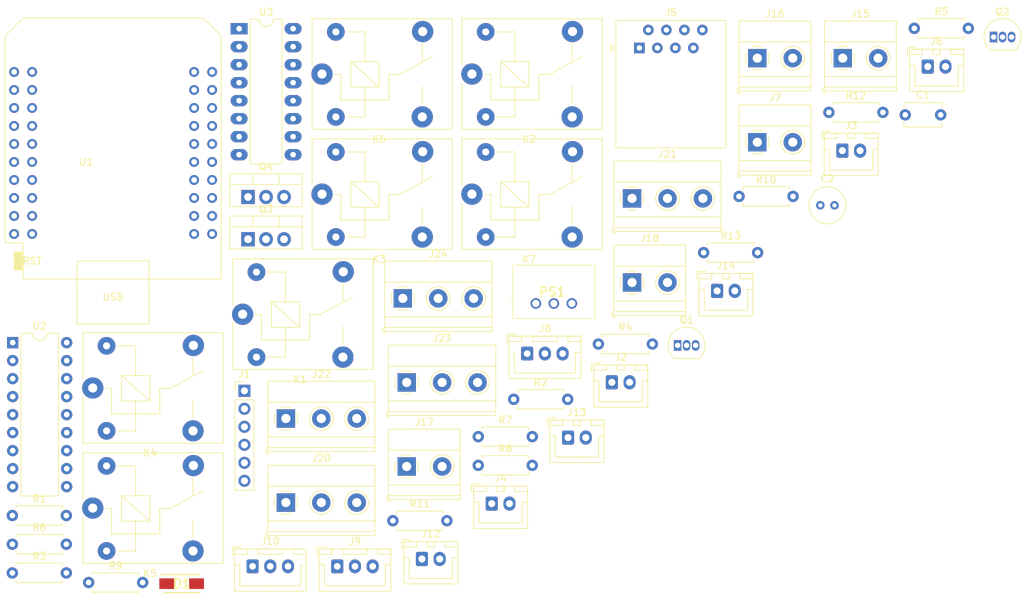
<source format=kicad_pcb>
(kicad_pcb (version 20211014) (generator pcbnew)
  (layers (0 "F.Cu" signal) (31 "B.Cu" signal) (34 "B.Paste" user) (35 "F.Paste" user) (36 "B.SilkS" user "B.Silkscreen") (37 "F.SilkS" user "F.Silkscreen") (38 "B.Mask" user) (39 "F.Mask" user) (44 "Edge.Cuts" user))
  (net 0 "")
  (net 1 "GND")
  (net 2 "VDD")
  (net 3 "12v")
  (net 4 "5v")
  (net 5 "3v3")
  (net 6 "/PWR3{slash}20")
  (net 7 "ESP_TX")
  (net 8 "ESP_RX")
  (net 9 "RTS")
  (net 10 "CTS")
  (net 11 "Button1")
  (net 12 "Button2")
  (net 13 "Button3")
  (net 14 "Button4")
  (net 15 "Temp1")
  (net 16 "Temp2")
  (net 17 "Temp3")
  (net 18 "Water1")
  (net 19 "Water2")
  (net 20 "Water3")
  (net 21 "Net-(K1-Pad2)")
  (net 22 "Net-(J15-Pad2)")
  (net 23 "Net-(K2-Pad2)")
  (net 24 "Net-(J15-Pad1)")
  (net 25 "Net-(J16-Pad2)")
  (net 26 "Net-(K3-Pad2)")
  (net 28 "Net-(J16-Pad1)")
  (net 29 "Net-(J17-Pad2)")
  (net 30 "Net-(K4-Pad2)")
  (net 32 "Net-(J17-Pad1)")
  (net 33 "Net-(J18-Pad2)")
  (net 34 "Net-(K5-Pad2)")
  (net 35 "Net-(J18-Pad1)")
  (net 36 "Net-(K6-Pad2)")
  (net 37 "Net-(J20-Pad2)")
  (net 38 "Net-(K7-Pad2)")
  (net 39 "Net-(J20-Pad1)")
  (net 40 "Relay1")
  (net 41 "Relay2")
  (net 42 "Relay3")
  (net 43 "Relay4")
  (net 44 "Relay5")
  (net 45 "Relay6")
  (net 46 "Relay7")
  (net 47 "Net-(J20-Pad3)")
  (net 78 "SDA")
  (net 79 "SCL")
  (net 82 "DISPTX")
  (net 83 "DISPRX")
  (net 84 "Net-(J21-Pad1)")
  (net 85 "Net-(J21-Pad2)")
  (net 86 "Net-(J21-Pad3)")
  (net 87 "Net-(R5-Pad2)")
  (net 88 "Net-(J22-Pad1)")
  (net 89 "Net-(J22-Pad2)")
  (net 90 "Net-(J23-Pad2)")
  (net 91 "Net-(J23-Pad3)")
  (net 92 "Net-(K5-Pad3)")
  (net 93 "Net-(K5-Pad1)")
  (net 94 "Net-(K5-Pad4)")
  (net 95 "Net-(Q1-Pad2)")
  (net 96 "Net-(Q1-Pad3)")
  (net 97 "Net-(Q2-Pad2)")
  (net 98 "Net-(Q2-Pad3)")
  (net 99 "DHT2")
  (net 100 "DHT1")
  (net 101 "LED1")
  (net 102 "LED2")
  (footprint "Relay_THT:Relay_SPDT_SANYOU_SRD_Series_Form_C" (layer "F.Cu") (at 66.612 44.024)
    (fp_text reference "K2" (at 8.1 9.2) (layer "F.SilkS"))
    (fp_text value "Relay")
    (pad "1" thru_hole circle (at 0 0 90) (size 3 3) (drill 1.3) (layers *.Cu *.Mask) (net 25 "Net-(J16-Pad2)"))
    (pad "2" thru_hole circle (at 1.95 6.05 90) (size 2.5 2.5) (drill 1) (layers *.Cu *.Mask) (net 23 "Net-(K2-Pad2)"))
    (pad "3" thru_hole circle (at 14.15 6.05 90) (size 3 3) (drill 1.3) (layers *.Cu *.Mask) (net 28 "Net-(J16-Pad1)"))
    (pad "4" thru_hole circle (at 14.2 -6 90) (size 3 3) (drill 1.3) (layers *.Cu *.Mask))
    (pad "5" thru_hole circle (at 1.95 -5.95 90) (size 2.5 2.5) (drill 1) (layers *.Cu *.Mask) (net 4 "5v"))
  )
  (footprint "Connector_JST:JST_XH_B2B-XH-A_1x02_P2.50mm_Vertical" (layer "F.Cu") (at 118.892 54.834)
    (fp_text reference "J3" (at 1.25 -3.55) (layer "F.SilkS"))
    (fp_text value "Button2")
    (pad "1" thru_hole roundrect (at 0 0) (size 1.7 2) (drill 1) (layers *.Cu *.Mask) (roundrect_rratio 0.147059) (net 1 "GND"))
    (pad "2" thru_hole oval (at 2.5 0) (size 1.7 2) (drill 1) (layers *.Cu *.Mask) (net 12 "Button2"))
  )
  (footprint "Package_TO_SOT_THT:TO-220-3_Vertical" (layer "F.Cu") (at 35.022 61.374)
    (fp_text reference "Q4" (at 2.54 -4.27) (layer "F.SilkS"))
    (fp_text value "IRF540N")
    (pad "1" thru_hole rect (at 0 0) (size 1.905 2) (drill 1.1) (layers *.Cu *.Mask) (net 98 "Net-(Q2-Pad3)"))
    (pad "2" thru_hole oval (at 2.54 0) (size 1.905 2) (drill 1.1) (layers *.Cu *.Mask) (net 91 "Net-(J23-Pad3)"))
    (pad "3" thru_hole oval (at 5.08 0) (size 1.905 2) (drill 1.1) (layers *.Cu *.Mask) (net 90 "Net-(J23-Pad2)"))
  )
  (footprint "Connector_PinHeader_2.54mm:PinHeader_1x06_P2.54mm_Vertical" (layer "F.Cu") (at 34.512 88.724)
    (fp_text reference "J1" (at 0 -2.33) (layer "F.SilkS"))
    (fp_text value "Programming Header")
    (pad "1" thru_hole rect (at 0 0) (size 1.7 1.7) (drill 1) (layers *.Cu *.Mask) (net 6 "/PWR3{slash}20"))
    (pad "2" thru_hole oval (at 0 2.54) (size 1.7 1.7) (drill 1) (layers *.Cu *.Mask) (net 1 "GND"))
    (pad "3" thru_hole oval (at 0 5.08) (size 1.7 1.7) (drill 1) (layers *.Cu *.Mask) (net 7 "ESP_TX"))
    (pad "4" thru_hole oval (at 0 7.62) (size 1.7 1.7) (drill 1) (layers *.Cu *.Mask) (net 8 "ESP_RX"))
    (pad "5" thru_hole oval (at 0 10.16) (size 1.7 1.7) (drill 1) (layers *.Cu *.Mask) (net 9 "RTS"))
    (pad "6" thru_hole oval (at 0 12.7) (size 1.7 1.7) (drill 1) (layers *.Cu *.Mask) (net 10 "CTS"))
  )
  (footprint "Relay_THT:Relay_SPDT_SANYOU_SRD_Series_Form_C" (layer "F.Cu") (at 66.612 60.974)
    (fp_text reference "K7" (at 8.1 9.2) (layer "F.SilkS"))
    (fp_text value "Relay")
    (pad "1" thru_hole circle (at 0 0 90) (size 3 3) (drill 1.3) (layers *.Cu *.Mask) (net 85 "Net-(J21-Pad2)"))
    (pad "2" thru_hole circle (at 1.95 6.05 90) (size 2.5 2.5) (drill 1) (layers *.Cu *.Mask) (net 38 "Net-(K7-Pad2)"))
    (pad "3" thru_hole circle (at 14.15 6.05 90) (size 3 3) (drill 1.3) (layers *.Cu *.Mask) (net 84 "Net-(J21-Pad1)"))
    (pad "4" thru_hole circle (at 14.2 -6 90) (size 3 3) (drill 1.3) (layers *.Cu *.Mask) (net 86 "Net-(J21-Pad3)"))
    (pad "5" thru_hole circle (at 1.95 -5.95 90) (size 2.5 2.5) (drill 1) (layers *.Cu *.Mask) (net 4 "5v"))
  )
  (footprint "Resistor_THT:R_Axial_DIN0207_L6.3mm_D2.5mm_P7.62mm_Horizontal" (layer "F.Cu") (at 104.312 61.294)
    (fp_text reference "R10" (at 3.81 -2.37) (layer "F.SilkS"))
    (fp_text value "10k")
    (pad "1" thru_hole circle (at 0 0) (size 1.6 1.6) (drill 0.8) (layers *.Cu *.Mask) (net 101 "LED1"))
    (pad "2" thru_hole oval (at 7.62 0) (size 1.6 1.6) (drill 0.8) (layers *.Cu *.Mask) (net 95 "Net-(Q1-Pad2)"))
  )
  (footprint "TerminalBlock_Phoenix:TerminalBlock_Phoenix_MKDS-1,5-2_1x02_P5.00mm_Horizontal" (layer "F.Cu") (at 118.942 41.784)
    (fp_text reference "J15" (at 2.5 -6.26) (layer "F.SilkS"))
    (fp_text value "Screw_Terminal_01x02")
    (pad "1" thru_hole rect (at 0 0) (size 2.6 2.6) (drill 1.3) (layers *.Cu *.Mask) (net 24 "Net-(J15-Pad1)"))
    (pad "2" thru_hole circle (at 5 0) (size 2.6 2.6) (drill 1.3) (layers *.Cu *.Mask) (net 22 "Net-(J15-Pad2)"))
  )
  (footprint "Package_TO_SOT_THT:TO-220-3_Vertical" (layer "F.Cu") (at 35.022 67.334)
    (fp_text reference "Q3" (at 2.54 -4.27) (layer "F.SilkS"))
    (fp_text value "IRF540N")
    (pad "1" thru_hole rect (at 0 0) (size 1.905 2) (drill 1.1) (layers *.Cu *.Mask) (net 96 "Net-(Q1-Pad3)"))
    (pad "2" thru_hole oval (at 2.54 0) (size 1.905 2) (drill 1.1) (layers *.Cu *.Mask) (net 88 "Net-(J22-Pad1)"))
    (pad "3" thru_hole oval (at 5.08 0) (size 1.905 2) (drill 1.1) (layers *.Cu *.Mask) (net 89 "Net-(J22-Pad2)"))
  )
  (footprint "TerminalBlock_Phoenix:TerminalBlock_Phoenix_MKDS-1,5-3_1x03_P5.00mm_Horizontal" (layer "F.Cu") (at 40.362 104.494)
    (fp_text reference "J20" (at 5 -6.26) (layer "F.SilkS"))
    (fp_text value "Screw_Terminal_01x03")
    (pad "1" thru_hole rect (at 0 0) (size 2.6 2.6) (drill 1.3) (layers *.Cu *.Mask) (net 39 "Net-(J20-Pad1)"))
    (pad "2" thru_hole circle (at 5 0) (size 2.6 2.6) (drill 1.3) (layers *.Cu *.Mask) (net 37 "Net-(J20-Pad2)"))
    (pad "3" thru_hole circle (at 10 0) (size 2.6 2.6) (drill 1.3) (layers *.Cu *.Mask) (net 47 "Net-(J20-Pad3)"))
  )
  (footprint "Connector_JST:JST_XH_B2B-XH-A_1x02_P2.50mm_Vertical" (layer "F.Cu") (at 69.412 104.644)
    (fp_text reference "J4" (at 1.25 -3.55) (layer "F.SilkS"))
    (fp_text value "Button3")
    (pad "1" thru_hole roundrect (at 0 0) (size 1.7 2) (drill 1) (layers *.Cu *.Mask) (roundrect_rratio 0.147059) (net 1 "GND"))
    (pad "2" thru_hole oval (at 2.5 0) (size 1.7 2) (drill 1) (layers *.Cu *.Mask) (net 13 "Button3"))
  )
  (footprint "TerminalBlock_Phoenix:TerminalBlock_Phoenix_MKDS-1,5-2_1x02_P5.00mm_Horizontal" (layer "F.Cu") (at 57.412 99.404)
    (fp_text reference "J17" (at 2.5 -6.26) (layer "F.SilkS"))
    (fp_text value "Screw_Terminal_01x02")
    (pad "1" thru_hole rect (at 0 0) (size 2.6 2.6) (drill 1.3) (layers *.Cu *.Mask) (net 32 "Net-(J17-Pad1)"))
    (pad "2" thru_hole circle (at 5 0) (size 2.6 2.6) (drill 1.3) (layers *.Cu *.Mask) (net 29 "Net-(J17-Pad2)"))
  )
  (footprint "Package_DIP:DIP-16_W7.62mm_LongPads" (layer "F.Cu") (at 33.762 37.624)
    (fp_text reference "U3" (at 3.81 -2.33) (layer "F.SilkS"))
    (fp_text value "ULN2003")
    (pad "1" thru_hole rect (at 0 0) (size 2.4 1.6) (drill 0.8) (layers *.Cu *.Mask) (net 40 "Relay1"))
    (pad "2" thru_hole oval (at 0 2.54) (size 2.4 1.6) (drill 0.8) (layers *.Cu *.Mask) (net 41 "Relay2"))
    (pad "3" thru_hole oval (at 0 5.08) (size 2.4 1.6) (drill 0.8) (layers *.Cu *.Mask) (net 42 "Relay3"))
    (pad "4" thru_hole oval (at 0 7.62) (size 2.4 1.6) (drill 0.8) (layers *.Cu *.Mask) (net 43 "Relay4"))
    (pad "5" thru_hole oval (at 0 10.16) (size 2.4 1.6) (drill 0.8) (layers *.Cu *.Mask) (net 44 "Relay5"))
    (pad "6" thru_hole oval (at 0 12.7) (size 2.4 1.6) (drill 0.8) (layers *.Cu *.Mask) (net 45 "Relay6"))
    (pad "7" thru_hole oval (at 0 15.24) (size 2.4 1.6) (drill 0.8) (layers *.Cu *.Mask) (net 46 "Relay7"))
    (pad "8" thru_hole oval (at 0 17.78) (size 2.4 1.6) (drill 0.8) (layers *.Cu *.Mask) (net 1 "GND"))
    (pad "9" thru_hole oval (at 7.62 17.78) (size 2.4 1.6) (drill 0.8) (layers *.Cu *.Mask) (net 4 "5v"))
    (pad "10" thru_hole oval (at 7.62 15.24) (size 2.4 1.6) (drill 0.8) (layers *.Cu *.Mask) (net 38 "Net-(K7-Pad2)"))
    (pad "11" thru_hole oval (at 7.62 12.7) (size 2.4 1.6) (drill 0.8) (layers *.Cu *.Mask) (net 36 "Net-(K6-Pad2)"))
    (pad "12" thru_hole oval (at 7.62 10.16) (size 2.4 1.6) (drill 0.8) (layers *.Cu *.Mask) (net 34 "Net-(K5-Pad2)"))
    (pad "13" thru_hole oval (at 7.62 7.62) (size 2.4 1.6) (drill 0.8) (layers *.Cu *.Mask) (net 30 "Net-(K4-Pad2)"))
    (pad "14" thru_hole oval (at 7.62 5.08) (size 2.4 1.6) (drill 0.8) (layers *.Cu *.Mask) (net 26 "Net-(K3-Pad2)"))
    (pad "15" thru_hole oval (at 7.62 2.54) (size 2.4 1.6) (drill 0.8) (layers *.Cu *.Mask) (net 23 "Net-(K2-Pad2)"))
    (pad "16" thru_hole oval (at 7.62 0) (size 2.4 1.6) (drill 0.8) (layers *.Cu *.Mask) (net 21 "Net-(K1-Pad2)"))
  )
  (footprint "Resistor_THT:R_Axial_DIN0207_L6.3mm_D2.5mm_P7.62mm_Horizontal" (layer "F.Cu") (at 1.762 106.324)
    (fp_text reference "R1" (at 3.81 -2.37) (layer "F.SilkS"))
    (fp_text value "470")
    (pad "1" thru_hole circle (at 0 0) (size 1.6 1.6) (drill 0.8) (layers *.Cu *.Mask) (net 5 "3v3"))
    (pad "2" thru_hole oval (at 7.62 0) (size 1.6 1.6) (drill 0.8) (layers *.Cu *.Mask) (net 15 "Temp1"))
  )
  (footprint "ESP32_mini:ESP32_mini" (layer "F.Cu") (at 15.987 55.159)
    (fp_text reference "U1" (at -3.81 1.27) (layer "F.SilkS"))
    (fp_text value "mini_esp32")
    (fp_text user "USB" (at 0 20.32) (layer "F.SilkS"))
    (fp_text user "RST" (at -11.43 15.24) (layer "F.SilkS"))
    (pad "1" thru_hole circle locked (at -13.97 -11.43 270) (size 1.4 1.4) (drill 0.8) (layers *.Cu *.Mask) (net 1 "GND"))
    (pad "2" thru_hole circle locked (at -11.43 -11.43 270) (size 1.4 1.4) (drill 0.8) (layers *.Cu *.Mask))
    (pad "3" thru_hole circle locked (at -13.97 -8.89 270) (size 1.4 1.4) (drill 0.8) (layers *.Cu *.Mask))
    (pad "4" thru_hole circle locked (at -11.43 -8.89 270) (size 1.4 1.4) (drill 0.8) (layers *.Cu *.Mask))
    (pad "5" thru_hole circle locked (at -13.97 -6.35 270) (size 1.4 1.4) (drill 0.8) (layers *.Cu *.Mask))
    (pad "6" thru_hole circle locked (at -11.43 -6.35 270) (size 1.4 1.4) (drill 0.8) (layers *.Cu *.Mask))
    (pad "7" thru_hole circle locked (at -13.97 -3.81 270) (size 1.4 1.4) (drill 0.8) (layers *.Cu *.Mask))
    (pad "8" thru_hole circle locked (at -11.43 -3.81 270) (size 1.4 1.4) (drill 0.8) (layers *.Cu *.Mask))
    (pad "9" thru_hole circle locked (at -13.97 -1.27 270) (size 1.4 1.4) (drill 0.8) (layers *.Cu *.Mask))
    (pad "10" thru_hole circle locked (at -11.43 -1.27 270) (size 1.4 1.4) (drill 0.8) (layers *.Cu *.Mask))
    (pad "11" thru_hole circle locked (at -13.97 1.27 270) (size 1.4 1.4) (drill 0.8) (layers *.Cu *.Mask))
    (pad "12" thru_hole circle locked (at -11.43 1.27 270) (size 1.4 1.4) (drill 0.8) (layers *.Cu *.Mask))
    (pad "13" thru_hole circle locked (at -13.97 3.81 270) (size 1.4 1.4) (drill 0.8) (layers *.Cu *.Mask))
    (pad "14" thru_hole circle locked (at -11.43 3.81 270) (size 1.4 1.4) (drill 0.8) (layers *.Cu *.Mask))
    (pad "15" thru_hole circle locked (at -13.97 6.35 270) (size 1.4 1.4) (drill 0.8) (layers *.Cu *.Mask))
    (pad "16" thru_hole circle locked (at -11.43 6.35 270) (size 1.4 1.4) (drill 0.8) (layers *.Cu *.Mask) (net 5 "3v3"))
    (pad "17" thru_hole circle locked (at -13.97 8.89 270) (size 1.4 1.4) (drill 0.8) (layers *.Cu *.Mask))
    (pad "18" thru_hole circle locked (at -11.43 8.89 270) (size 1.4 1.4) (drill 0.8) (layers *.Cu *.Mask))
    (pad "19" thru_hole circle locked (at -13.97 11.43 270) (size 1.4 1.4) (drill 0.8) (layers *.Cu *.Mask))
    (pad "20" thru_hole circle locked (at -11.43 11.43 270) (size 1.4 1.4) (drill 0.8) (layers *.Cu *.Mask))
    (pad "21" thru_hole circle locked (at 11.43 -11.43 270) (size 1.4 1.4) (drill 0.8) (layers *.Cu *.Mask) (net 7 "ESP_TX"))
    (pad "22" thru_hole circle locked (at 13.97 -11.43 270) (size 1.4 1.4) (drill 0.8) (layers *.Cu *.Mask) (net 1 "GND"))
    (pad "23" thru_hole circle locked (at 11.43 -8.89 270) (size 1.4 1.4) (drill 0.8) (layers *.Cu *.Mask) (net 8 "ESP_RX"))
    (pad "24" thru_hole circle locked (at 13.97 -8.89 270) (size 1.4 1.4) (drill 0.8) (layers *.Cu *.Mask))
    (pad "25" thru_hole circle locked (at 11.43 -6.35 270) (size 1.4 1.4) (drill 0.8) (layers *.Cu *.Mask) (net 79 "SCL"))
    (pad "26" thru_hole circle locked (at 13.97 -6.35 270) (size 1.4 1.4) (drill 0.8) (layers *.Cu *.Mask))
    (pad "27" thru_hole circle locked (at 11.43 -3.81 270) (size 1.4 1.4) (drill 0.8) (layers *.Cu *.Mask) (net 78 "SDA"))
    (pad "28" thru_hole circle locked (at 13.97 -3.81 270) (size 1.4 1.4) (drill 0.8) (layers *.Cu *.Mask))
    (pad "29" thru_hole circle locked (at 11.43 -1.27 270) (size 1.4 1.4) (drill 0.8) (layers *.Cu *.Mask) (net 82 "DISPTX"))
    (pad "30" thru_hole circle locked (at 13.97 -1.27 270) (size 1.4 1.4) (drill 0.8) (layers *.Cu *.Mask))
    (pad "31" thru_hole circle locked (at 11.43 1.27 270) (size 1.4 1.4) (drill 0.8) (layers *.Cu *.Mask) (net 83 "DISPRX"))
    (pad "32" thru_hole circle locked (at 13.97 1.27 270) (size 1.4 1.4) (drill 0.8) (layers *.Cu *.Mask))
    (pad "33" thru_hole circle locked (at 11.43 3.81 270) (size 1.4 1.4) (drill 0.8) (layers *.Cu *.Mask) (net 1 "GND"))
    (pad "34" thru_hole circle locked (at 13.97 3.81 270) (size 1.4 1.4) (drill 0.8) (layers *.Cu *.Mask))
    (pad "35" thru_hole circle locked (at 11.43 6.35 270) (size 1.4 1.4) (drill 0.8) (layers *.Cu *.Mask) (net 4 "5v"))
    (pad "36" thru_hole circle locked (at 13.97 6.35 270) (size 1.4 1.4) (drill 0.8) (layers *.Cu *.Mask))
    (pad "37" thru_hole circle locked (at 11.43 8.89 270) (size 1.4 1.4) (drill 0.8) (layers *.Cu *.Mask))
    (pad "38" thru_hole circle locked (at 13.97 8.89 270) (size 1.4 1.4) (drill 0.8) (layers *.Cu *.Mask))
    (pad "39" thru_hole circle locked (at 11.43 11.43 270) (size 1.4 1.4) (drill 0.8) (layers *.Cu *.Mask))
    (pad "40" thru_hole circle locked (at 13.97 11.43 270) (size 1.4 1.4) (drill 0.8) (layers *.Cu *.Mask))
  )
  (footprint "Capacitor_THT:C_Disc_D5.1mm_W3.2mm_P5.00mm" (layer "F.Cu") (at 127.762 49.784)
    (fp_text reference "C1" (at 2.5 -2.85) (layer "F.SilkS"))
    (fp_text value "10uF")
    (pad "1" thru_hole circle (at 0 0) (size 1.6 1.6) (drill 0.8) (layers *.Cu *.Mask) (net 3 "12v"))
    (pad "2" thru_hole circle (at 5 0) (size 1.6 1.6) (drill 0.8) (layers *.Cu *.Mask) (net 1 "GND"))
  )
  (footprint "Connector_JST:JST_XH_B3B-XH-A_1x03_P2.50mm_Vertical" (layer "F.Cu") (at 47.612 113.494)
    (fp_text reference "J9" (at 2.5 -3.55) (layer "F.SilkS"))
    (fp_text value "Temp 2")
    (pad "1" thru_hole roundrect (at 0 0) (size 1.7 1.95) (drill 0.95) (layers *.Cu *.Mask) (roundrect_rratio 0.147059) (net 5 "3v3"))
    (pad "2" thru_hole oval (at 2.5 0) (size 1.7 1.95) (drill 0.95) (layers *.Cu *.Mask) (net 16 "Temp2"))
    (pad "3" thru_hole oval (at 5 0) (size 1.7 1.95) (drill 0.95) (layers *.Cu *.Mask) (net 1 "GND"))
  )
  (footprint "Relay_THT:Relay_SPDT_SANYOU_SRD_Series_Form_C" (layer "F.Cu") (at 13.112 105.274)
    (fp_text reference "K5" (at 8.1 9.2) (layer "F.SilkS"))
    (fp_text value "Relay")
    (pad "1" thru_hole circle (at 0 0 90) (size 3 3) (drill 1.3) (layers *.Cu *.Mask) (net 93 "Net-(K5-Pad1)"))
    (pad "2" thru_hole circle (at 1.95 6.05 90) (size 2.5 2.5) (drill 1) (layers *.Cu *.Mask) (net 34 "Net-(K5-Pad2)"))
    (pad "3" thru_hole circle (at 14.15 6.05 90) (size 3 3) (drill 1.3) (layers *.Cu *.Mask) (net 92 "Net-(K5-Pad3)"))
    (pad "4" thru_hole circle (at 14.2 -6 90) (size 3 3) (drill 1.3) (layers *.Cu *.Mask) (net 94 "Net-(K5-Pad4)"))
    (pad "5" thru_hole circle (at 1.95 -5.95 90) (size 2.5 2.5) (drill 1) (layers *.Cu *.Mask) (net 4 "5v"))
  )
  (footprint "Resistor_THT:R_Axial_DIN0207_L6.3mm_D2.5mm_P7.62mm_Horizontal" (layer "F.Cu") (at 129.042 37.574)
    (fp_text reference "R5" (at 3.81 -2.37) (layer "F.SilkS"))
    (fp_text value "10k")
    (pad "1" thru_hole circle (at 0 0) (size 1.6 1.6) (drill 0.8) (layers *.Cu *.Mask) (net 5 "3v3"))
    (pad "2" thru_hole oval (at 7.62 0) (size 1.6 1.6) (drill 0.8) (layers *.Cu *.Mask) (net 87 "Net-(R5-Pad2)"))
  )
  (footprint "Connector_JST:JST_XH_B2B-XH-A_1x02_P2.50mm_Vertical" (layer "F.Cu") (at 80.182 95.324)
    (fp_text reference "J13" (at 1.25 -3.55) (layer "F.SilkS"))
    (fp_text value "Water Level Sensor")
    (pad "1" thru_hole roundrect (at 0 0) (size 1.7 2) (drill 1) (layers *.Cu *.Mask) (roundrect_rratio 0.147059) (net 19 "Water2"))
    (pad "2" thru_hole oval (at 2.5 0) (size 1.7 2) (drill 1) (layers *.Cu *.Mask) (net 1 "GND"))
  )
  (footprint "Relay_THT:Relay_SPDT_SANYOU_SRD_Series_Form_C" (layer "F.Cu") (at 45.462 44.024)
    (fp_text reference "K6" (at 8.1 9.2) (layer "F.SilkS"))
    (fp_text value "Relay")
    (pad "1" thru_hole circle (at 0 0 90) (size 3 3) (drill 1.3) (layers *.Cu *.Mask) (net 37 "Net-(J20-Pad2)"))
    (pad "2" thru_hole circle (at 1.95 6.05 90) (size 2.5 2.5) (drill 1) (layers *.Cu *.Mask) (net 36 "Net-(K6-Pad2)"))
    (pad "3" thru_hole circle (at 14.15 6.05 90) (size 3 3) (drill 1.3) (layers *.Cu *.Mask) (net 39 "Net-(J20-Pad1)"))
    (pad "4" thru_hole circle (at 14.2 -6 90) (size 3 3) (drill 1.3) (layers *.Cu *.Mask) (net 47 "Net-(J20-Pad3)"))
    (pad "5" thru_hole circle (at 1.95 -5.95 90) (size 2.5 2.5) (drill 1) (layers *.Cu *.Mask) (net 4 "5v"))
  )
  (footprint "Capacitor_THT:C_Radial_D5.0mm_H5.0mm_P2.00mm" (layer "F.Cu") (at 115.782 62.544)
    (fp_text reference "C2" (at 1 -3.75) (layer "F.SilkS"))
    (fp_text value "22uF")
    (pad "1" thru_hole circle (at 0 0) (size 1.2 1.2) (drill 0.6) (layers *.Cu *.Mask) (net 4 "5v"))
    (pad "2" thru_hole circle (at 2 0) (size 1.2 1.2) (drill 0.6) (layers *.Cu *.Mask) (net 1 "GND"))
  )
  (footprint "Relay_THT:Relay_SPDT_SANYOU_SRD_Series_Form_C" (layer "F.Cu") (at 34.262 77.924)
    (fp_text reference "K1" (at 8.1 9.2) (layer "F.SilkS"))
    (fp_text value "Relay")
    (pad "1" thru_hole circle (at 0 0 90) (size 3 3) (drill 1.3) (layers *.Cu *.Mask) (net 22 "Net-(J15-Pad2)"))
    (pad "2" thru_hole circle (at 1.95 6.05 90) (size 2.5 2.5) (drill 1) (layers *.Cu *.Mask) (net 21 "Net-(K1-Pad2)"))
    (pad "3" thru_hole circle (at 14.15 6.05 90) (size 3 3) (drill 1.3) (layers *.Cu *.Mask) (net 24 "Net-(J15-Pad1)"))
    (pad "4" thru_hole circle (at 14.2 -6 90) (size 3 3) (drill 1.3) (layers *.Cu *.Mask))
    (pad "5" thru_hole circle (at 1.95 -5.95 90) (size 2.5 2.5) (drill 1) (layers *.Cu *.Mask) (net 4 "5v"))
  )
  (footprint "Resistor_THT:R_Axial_DIN0207_L6.3mm_D2.5mm_P7.62mm_Horizontal" (layer "F.Cu") (at 99.312 69.224)
    (fp_text reference "R13" (at 3.81 -2.37) (layer "F.SilkS"))
    (fp_text value "10k")
    (pad "1" thru_hole circle (at 0 0) (size 1.6 1.6) (drill 0.8) (layers *.Cu *.Mask) (net 98 "Net-(Q2-Pad3)"))
    (pad "2" thru_hole oval (at 7.62 0) (size 1.6 1.6) (drill 0.8) (layers *.Cu *.Mask) (net 91 "Net-(J23-Pad3)"))
  )
  (footprint "Resistor_THT:R_Axial_DIN0207_L6.3mm_D2.5mm_P7.62mm_Horizontal" (layer "F.Cu") (at 1.762 114.424)
    (fp_text reference "R3" (at 3.81 -2.37) (layer "F.SilkS"))
    (fp_text value "470")
    (pad "1" thru_hole circle (at 0 0) (size 1.6 1.6) (drill 0.8) (layers *.Cu *.Mask) (net 5 "3v3"))
    (pad "2" thru_hole oval (at 7.62 0) (size 1.6 1.6) (drill 0.8) (layers *.Cu *.Mask) (net 17 "Temp3"))
  )
  (footprint "Resistor_THT:R_Axial_DIN0207_L6.3mm_D2.5mm_P7.62mm_Horizontal" (layer "F.Cu") (at 55.462 107.054)
    (fp_text reference "R11" (at 3.81 -2.37) (layer "F.SilkS"))
    (fp_text value "10k")
    (pad "1" thru_hole circle (at 0 0) (size 1.6 1.6) (drill 0.8) (layers *.Cu *.Mask) (net 102 "LED2"))
    (pad "2" thru_hole oval (at 7.62 0) (size 1.6 1.6) (drill 0.8) (layers *.Cu *.Mask) (net 97 "Net-(Q2-Pad2)"))
  )
  (footprint "Connector_JST:JST_XH_B2B-XH-A_1x02_P2.50mm_Vertical" (layer "F.Cu") (at 130.942 42.974)
    (fp_text reference "J6" (at 1.25 -3.55) (layer "F.SilkS"))
    (fp_text value "Button4")
    (pad "1" thru_hole roundrect (at 0 0) (size 1.7 2) (drill 1) (layers *.Cu *.Mask) (roundrect_rratio 0.147059) (net 1 "GND"))
    (pad "2" thru_hole oval (at 2.5 0) (size 1.7 2) (drill 1) (layers *.Cu *.Mask) (net 14 "Button4"))
  )
  (footprint "Connector_JST:JST_XH_B2B-XH-A_1x02_P2.50mm_Vertical" (layer "F.Cu") (at 59.562 112.454)
    (fp_text reference "J12" (at 1.25 -3.55) (layer "F.SilkS"))
    (fp_text value "Water Level Sensor")
    (pad "1" thru_hole roundrect (at 0 0) (size 1.7 2) (drill 1) (layers *.Cu *.Mask) (roundrect_rratio 0.147059) (net 18 "Water1"))
    (pad "2" thru_hole oval (at 2.5 0) (size 1.7 2) (drill 1) (layers *.Cu *.Mask) (net 1 "GND"))
  )
  (footprint "Resistor_THT:R_Axial_DIN0207_L6.3mm_D2.5mm_P7.62mm_Horizontal" (layer "F.Cu") (at 1.762 110.374)
    (fp_text reference "R6" (at 3.81 -2.37) (layer "F.SilkS"))
    (fp_text value "4.7k")
    (pad "1" thru_hole circle (at 0 0) (size 1.6 1.6) (drill 0.8) (layers *.Cu *.Mask) (net 5 "3v3"))
    (pad "2" thru_hole oval (at 7.62 0) (size 1.6 1.6) (drill 0.8) (layers *.Cu *.Mask) (net 18 "Water1"))
  )
  (footprint "Connector_JST:JST_XH_B3B-XH-A_1x03_P2.50mm_Vertical" (layer "F.Cu") (at 35.662 113.494)
    (fp_text reference "J10" (at 2.5 -3.55) (layer "F.SilkS"))
    (fp_text value "Temp 3")
    (pad "1" thru_hole roundrect (at 0 0) (size 1.7 1.95) (drill 0.95) (layers *.Cu *.Mask) (roundrect_rratio 0.147059) (net 5 "3v3"))
    (pad "2" thru_hole oval (at 2.5 0) (size 1.7 1.95) (drill 0.95) (layers *.Cu *.Mask) (net 17 "Temp3"))
    (pad "3" thru_hole oval (at 5 0) (size 1.7 1.95) (drill 0.95) (layers *.Cu *.Mask) (net 1 "GND"))
  )
  (footprint "Package_DIP:DIP-18_W7.62mm" (layer "F.Cu") (at 1.812 81.924)
    (fp_text reference "U2" (at 3.81 -2.33) (layer "F.SilkS"))
    (fp_text value "MCP23008-xP")
    (pad "1" thru_hole rect (at 0 0) (size 1.6 1.6) (drill 0.8) (layers *.Cu *.Mask) (net 79 "SCL"))
    (pad "2" thru_hole oval (at 0 2.54) (size 1.6 1.6) (drill 0.8) (layers *.Cu *.Mask) (net 78 "SDA"))
    (pad "3" thru_hole oval (at 0 5.08) (size 1.6 1.6) (drill 0.8) (layers *.Cu *.Mask) (net 1 "GND"))
    (pad "4" thru_hole oval (at 0 7.62) (size 1.6 1.6) (drill 0.8) (layers *.Cu *.Mask) (net 1 "GND"))
    (pad "5" thru_hole oval (at 0 10.16) (size 1.6 1.6) (drill 0.8) (layers *.Cu *.Mask) (net 1 "GND"))
    (pad "6" thru_hole oval (at 0 12.7) (size 1.6 1.6) (drill 0.8) (layers *.Cu *.Mask) (net 87 "Net-(R5-Pad2)"))
    (pad "7" thru_hole oval (at 0 15.24) (size 1.6 1.6) (drill 0.8) (layers *.Cu *.Mask))
    (pad "8" thru_hole oval (at 0 17.78) (size 1.6 1.6) (drill 0.8) (layers *.Cu *.Mask))
    (pad "9" thru_hole oval (at 0 20.32) (size 1.6 1.6) (drill 0.8) (layers *.Cu *.Mask) (net 1 "GND"))
    (pad "10" thru_hole oval (at 7.62 20.32) (size 1.6 1.6) (drill 0.8) (layers *.Cu *.Mask) (net 46 "Relay7"))
    (pad "11" thru_hole oval (at 7.62 17.78) (size 1.6 1.6) (drill 0.8) (layers *.Cu *.Mask) (net 45 "Relay6"))
    (pad "12" thru_hole oval (at 7.62 15.24) (size 1.6 1.6) (drill 0.8) (layers *.Cu *.Mask) (net 44 "Relay5"))
    (pad "13" thru_hole oval (at 7.62 12.7) (size 1.6 1.6) (drill 0.8) (layers *.Cu *.Mask) (net 43 "Relay4"))
    (pad "14" thru_hole oval (at 7.62 10.16) (size 1.6 1.6) (drill 0.8) (layers *.Cu *.Mask) (net 42 "Relay3"))
    (pad "15" thru_hole oval (at 7.62 7.62) (size 1.6 1.6) (drill 0.8) (layers *.Cu *.Mask) (net 41 "Relay2"))
    (pad "16" thru_hole oval (at 7.62 5.08) (size 1.6 1.6) (drill 0.8) (layers *.Cu *.Mask) (net 40 "Relay1"))
    (pad "17" thru_hole oval (at 7.62 2.54) (size 1.6 1.6) (drill 0.8) (layers *.Cu *.Mask))
    (pad "18" thru_hole oval (at 7.62 0) (size 1.6 1.6) (drill 0.8) (layers *.Cu *.Mask) (net 5 "3v3"))
  )
  (footprint "TerminalBlock_Phoenix:TerminalBlock_Phoenix_MKDS-1,5-3_1x03_P5.00mm_Horizontal" (layer "F.Cu") (at 40.362 92.634)
    (fp_text reference "J22" (at 5 -6.26) (layer "F.SilkS"))
    (fp_text value "Screw_Terminal_01x03")
    (pad "1" thru_hole rect (at 0 0) (size 2.6 2.6) (drill 1.3) (layers *.Cu *.Mask) (net 88 "Net-(J22-Pad1)"))
    (pad "2" thru_hole circle (at 5 0) (size 2.6 2.6) (drill 1.3) (layers *.Cu *.Mask) (net 89 "Net-(J22-Pad2)"))
    (pad "3" thru_hole circle (at 10 0) (size 2.6 2.6) (drill 1.3) (layers *.Cu *.Mask) (net 1 "GND"))
  )
  (footprint "TerminalBlock_Phoenix:TerminalBlock_Phoenix_MKDS-1,5-3_1x03_P5.00mm_Horizontal" (layer "F.Cu") (at 57.412 87.544)
    (fp_text reference "J23" (at 5 -6.26) (layer "F.SilkS"))
    (fp_text value "Screw_Terminal_01x03")
    (pad "1" thru_hole rect (at 0 0) (size 2.6 2.6) (drill 1.3) (layers *.Cu *.Mask) (net 1 "GND"))
    (pad "2" thru_hole circle (at 5 0) (size 2.6 2.6) (drill 1.3) (layers *.Cu *.Mask) (net 90 "Net-(J23-Pad2)"))
    (pad "3" thru_hole circle (at 10 0) (size 2.6 2.6) (drill 1.3) (layers *.Cu *.Mask) (net 91 "Net-(J23-Pad3)"))
  )
  (footprint "Resistor_THT:R_Axial_DIN0207_L6.3mm_D2.5mm_P7.62mm_Horizontal" (layer "F.Cu") (at 72.512 89.924)
    (fp_text reference "R2" (at 3.81 -2.37) (layer "F.SilkS"))
    (fp_text value "470")
    (pad "1" thru_hole circle (at 0 0) (size 1.6 1.6) (drill 0.8) (layers *.Cu *.Mask) (net 5 "3v3"))
    (pad "2" thru_hole oval (at 7.62 0) (size 1.6 1.6) (drill 0.8) (layers *.Cu *.Mask) (net 16 "Temp2"))
  )
  (footprint "Resistor_THT:R_Axial_DIN0207_L6.3mm_D2.5mm_P7.62mm_Horizontal" (layer "F.Cu") (at 116.992 49.434)
    (fp_text reference "R12" (at 3.81 -2.37) (layer "F.SilkS"))
    (fp_text value "10k")
    (pad "1" thru_hole circle (at 0 0) (size 1.6 1.6) (drill 0.8) (layers *.Cu *.Mask) (net 96 "Net-(Q1-Pad3)"))
    (pad "2" thru_hole oval (at 7.62 0) (size 1.6 1.6) (drill 0.8) (layers *.Cu *.Mask) (net 88 "Net-(J22-Pad1)"))
  )
  (footprint "Resistor_THT:R_Axial_DIN0207_L6.3mm_D2.5mm_P7.62mm_Horizontal" (layer "F.Cu") (at 84.462 82.124)
    (fp_text reference "R4" (at 3.81 -2.37) (layer "F.SilkS"))
    (fp_text value "10k")
    (pad "1" thru_hole circle (at 0 0) (size 1.6 1.6) (drill 0.8) (layers *.Cu *.Mask) (net 5 "3v3"))
    (pad "2" thru_hole oval (at 7.62 0) (size 1.6 1.6) (drill 0.8) (layers *.Cu *.Mask) (net 99 "DHT2"))
  )
  (footprint "Connector_JST:JST_XH_B2B-XH-A_1x02_P2.50mm_Vertical" (layer "F.Cu") (at 86.362 87.524)
    (fp_text reference "J2" (at 1.25 -3.55) (layer "F.SilkS"))
    (fp_text value "Button1")
    (pad "1" thru_hole roundrect (at 0 0) (size 1.7 2) (drill 1) (layers *.Cu *.Mask) (roundrect_rratio 0.147059) (net 1 "GND"))
    (pad "2" thru_hole oval (at 2.5 0) (size 1.7 2) (drill 1) (layers *.Cu *.Mask) (net 11 "Button1"))
  )
  (footprint "Connector_RJ:RJ45_Amphenol_54602-x08_Horizontal" (layer "F.Cu") (at 90.247 40.344)
    (fp_text reference "J5" (at 4.445 -5) (layer "F.SilkS"))
    (fp_text value "RJ45")
    (pad "" np_thru_hole circle (at 10.16 6.35) (size 3.2 3.2) (drill 3.2) (layers *.Cu *.Mask))
    (pad "" np_thru_hole circle (at -1.27 6.35) (size 3.2 3.2) (drill 3.2) (layers *.Cu *.Mask))
    (pad "1" thru_hole rect (at 0 0) (size 1.5 1.5) (drill 0.76) (layers *.Cu *.Mask) (net 4 "5v"))
    (pad "2" thru_hole circle (at 1.27 -2.54) (size 1.5 1.5) (drill 0.76) (layers *.Cu *.Mask) (net 4 "5v"))
    (pad "3" thru_hole circle (at 2.54 0) (size 1.5 1.5) (drill 0.76) (layers *.Cu *.Mask) (net 1 "GND"))
    (pad "4" thru_hole circle (at 3.81 -2.54) (size 1.5 1.5) (drill 0.76) (layers *.Cu *.Mask) (net 1 "GND"))
    (pad "5" thru_hole circle (at 5.08 0) (size 1.5 1.5) (drill 0.76) (layers *.Cu *.Mask) (net 82 "DISPTX"))
    (pad "6" thru_hole circle (at 6.35 -2.54) (size 1.5 1.5) (drill 0.76) (layers *.Cu *.Mask) (net 82 "DISPTX"))
    (pad "7" thru_hole circle (at 7.62 0) (size 1.5 1.5) (drill 0.76) (layers *.Cu *.Mask) (net 83 "DISPRX"))
    (pad "8" thru_hole circle (at 8.89 -2.54) (size 1.5 1.5) (drill 0.76) (layers *.Cu *.Mask) (net 83 "DISPRX"))
  )
  (footprint "TerminalBlock_Phoenix:TerminalBlock_Phoenix_MKDS-1,5-2_1x02_P5.00mm_Horizontal" (layer "F.Cu") (at 106.892 53.644)
    (fp_text reference "J7" (at 2.5 -6.26) (layer "F.SilkS"))
    (fp_text value "Screw_Terminal_01x02")
    (pad "1" thru_hole rect (at 0 0) (size 2.6 2.6) (drill 1.3) (layers *.Cu *.Mask) (net 1 "GND"))
    (pad "2" thru_hole circle (at 5 0) (size 2.6 2.6) (drill 1.3) (layers *.Cu *.Mask) (net 3 "12v"))
  )
  (footprint "Package_TO_SOT_THT:TO-92_Inline" (layer "F.Cu") (at 95.642 82.314)
    (fp_text reference "Q1" (at 1.27 -3.56) (layer "F.SilkS"))
    (fp_text value "2N3904")
    (pad "1" thru_hole rect (at 0 0) (size 1.05 1.5) (drill 0.75) (layers *.Cu *.Mask) (net 1 "GND"))
    (pad "2" thru_hole oval (at 1.27 0) (size 1.05 1.5) (drill 0.75) (layers *.Cu *.Mask) (net 95 "Net-(Q1-Pad2)"))
    (pad "3" thru_hole oval (at 2.54 0) (size 1.05 1.5) (drill 0.75) (layers *.Cu *.Mask) (net 96 "Net-(Q1-Pad3)"))
  )
  (footprint "TerminalBlock_Phoenix:TerminalBlock_Phoenix_MKDS-1,5-3_1x03_P5.00mm_Horizontal" (layer "F.Cu") (at 89.212 61.574)
    (fp_text reference "J21" (at 5 -6.26) (layer "F.SilkS"))
    (fp_text value "Screw_Terminal_01x03")
    (pad "1" thru_hole rect (at 0 0) (size 2.6 2.6) (drill 1.3) (layers *.Cu *.Mask) (net 84 "Net-(J21-Pad1)"))
    (pad "2" thru_hole circle (at 5 0) (size 2.6 2.6) (drill 1.3) (layers *.Cu *.Mask) (net 85 "Net-(J21-Pad2)"))
    (pad "3" thru_hole circle (at 10 0) (size 2.6 2.6) (drill 1.3) (layers *.Cu *.Mask) (net 86 "Net-(J21-Pad3)"))
  )
  (footprint "Resistor_THT:R_Axial_DIN0207_L6.3mm_D2.5mm_P7.62mm_Horizontal" (layer "F.Cu") (at 12.532 115.774)
    (fp_text reference "R9" (at 3.81 -2.37) (layer "F.SilkS"))
    (fp_text value "10k")
    (pad "1" thru_hole circle (at 0 0) (size 1.6 1.6) (drill 0.8) (layers *.Cu *.Mask) (net 5 "3v3"))
    (pad "2" thru_hole oval (at 7.62 0) (size 1.6 1.6) (drill 0.8) (layers *.Cu *.Mask) (net 100 "DHT1"))
  )
  (footprint "Package_TO_SOT_THT:TO-92_Inline" (layer "F.Cu") (at 140.222 38.804)
    (fp_text reference "Q2" (at 1.27 -3.56) (layer "F.SilkS"))
    (fp_text value "2N3904")
    (pad "1" thru_hole rect (at 0 0) (size 1.05 1.5) (drill 0.75) (layers *.Cu *.Mask) (net 1 "GND"))
    (pad "2" thru_hole oval (at 1.27 0) (size 1.05 1.5) (drill 0.75) (layers *.Cu *.Mask) (net 97 "Net-(Q2-Pad2)"))
    (pad "3" thru_hole oval (at 2.54 0) (size 1.05 1.5) (drill 0.75) (layers *.Cu *.Mask) (net 98 "Net-(Q2-Pad3)"))
  )
  (footprint "Connector_JST:JST_XH_B2B-XH-A_1x02_P2.50mm_Vertical" (layer "F.Cu") (at 101.212 74.624)
    (fp_text reference "J14" (at 1.25 -3.55) (layer "F.SilkS"))
    (fp_text value "Water Level Sensor")
    (pad "1" thru_hole roundrect (at 0 0) (size 1.7 2) (drill 1) (layers *.Cu *.Mask) (roundrect_rratio 0.147059) (net 20 "Water3"))
    (pad "2" thru_hole oval (at 2.5 0) (size 1.7 2) (drill 1) (layers *.Cu *.Mask) (net 1 "GND"))
  )
  (footprint "TerminalBlock_Phoenix:TerminalBlock_Phoenix_MKDS-1,5-2_1x02_P5.00mm_Horizontal" (layer "F.Cu") (at 106.892 41.784)
    (fp_text reference "J16" (at 2.5 -6.26) (layer "F.SilkS"))
    (fp_text value "Screw_Terminal_01x02")
    (pad "1" thru_hole rect (at 0 0) (size 2.6 2.6) (drill 1.3) (layers *.Cu *.Mask) (net 28 "Net-(J16-Pad1)"))
    (pad "2" thru_hole circle (at 5 0) (size 2.6 2.6) (drill 1.3) (layers *.Cu *.Mask) (net 25 "Net-(J16-Pad2)"))
  )
  (footprint "Connector_JST:JST_XH_B3B-XH-A_1x03_P2.50mm_Vertical" (layer "F.Cu") (at 74.412 83.474)
    (fp_text reference "J8" (at 2.5 -3.55) (layer "F.SilkS"))
    (fp_text value "Temp 1")
    (pad "1" thru_hole roundrect (at 0 0) (size 1.7 1.95) (drill 0.95) (layers *.Cu *.Mask) (roundrect_rratio 0.147059) (net 5 "3v3"))
    (pad "2" thru_hole oval (at 2.5 0) (size 1.7 1.95) (drill 0.95) (layers *.Cu *.Mask) (net 15 "Temp1"))
    (pad "3" thru_hole oval (at 5 0) (size 1.7 1.95) (drill 0.95) (layers *.Cu *.Mask) (net 1 "GND"))
  )
  (footprint "Resistor_THT:R_Axial_DIN0207_L6.3mm_D2.5mm_P7.62mm_Horizontal" (layer "F.Cu") (at 67.512 99.244)
    (fp_text reference "R8" (at 3.81 -2.37) (layer "F.SilkS"))
    (fp_text value "4.7k")
    (pad "1" thru_hole circle (at 0 0) (size 1.6 1.6) (drill 0.8) (layers *.Cu *.Mask) (net 5 "3v3"))
    (pad "2" thru_hole oval (at 7.62 0) (size 1.6 1.6) (drill 0.8) (layers *.Cu *.Mask) (net 20 "Water3"))
  )
  (footprint "Relay_THT:Relay_SPDT_SANYOU_SRD_Series_Form_C" (layer "F.Cu") (at 13.112 88.324)
    (fp_text reference "K4" (at 8.1 9.2) (layer "F.SilkS"))
    (fp_text value "Relay")
    (pad "1" thru_hole circle (at 0 0 90) (size 3 3) (drill 1.3) (layers *.Cu *.Mask) (net 33 "Net-(J18-Pad2)"))
    (pad "2" thru_hole circle (at 1.95 6.05 90) (size 2.5 2.5) (drill 1) (layers *.Cu *.Mask) (net 30 "Net-(K4-Pad2)"))
    (pad "3" thru_hole circle (at 14.15 6.05 90) (size 3 3) (drill 1.3) (layers *.Cu *.Mask) (net 35 "Net-(J18-Pad1)"))
    (pad "4" thru_hole circle (at 14.2 -6 90) (size 3 3) (drill 1.3) (layers *.Cu *.Mask))
    (pad "5" thru_hole circle (at 1.95 -5.95 90) (size 2.5 2.5) (drill 1) (layers *.Cu *.Mask) (net 4 "5v"))
  )
  (footprint "TerminalBlock_Phoenix:TerminalBlock_Phoenix_MKDS-1,5-3_1x03_P5.00mm_Horizontal" (layer "F.Cu") (at 56.862 75.684)
    (fp_text reference "J24" (at 5 -6.26) (layer "F.SilkS"))
    (fp_text value "Screw_Terminal_01x03")
    (pad "1" thru_hole rect (at 0 0) (size 2.6 2.6) (drill 1.3) (layers *.Cu *.Mask) (net 92 "Net-(K5-Pad3)"))
    (pad "2" thru_hole circle (at 5 0) (size 2.6 2.6) (drill 1.3) (layers *.Cu *.Mask) (net 93 "Net-(K5-Pad1)"))
    (pad "3" thru_hole circle (at 10 0) (size 2.6 2.6) (drill 1.3) (layers *.Cu *.Mask) (net 94 "Net-(K5-Pad4)"))
  )
  (footprint "Resistor_THT:R_Axial_DIN0207_L6.3mm_D2.5mm_P7.62mm_Horizontal" (layer "F.Cu") (at 67.512 95.194)
    (fp_text reference "R7" (at 3.81 -2.37) (layer "F.SilkS"))
    (fp_text value "4.7k")
    (pad "1" thru_hole circle (at 0 0) (size 1.6 1.6) (drill 0.8) (layers *.Cu *.Mask) (net 5 "3v3"))
    (pad "2" thru_hole oval (at 7.62 0) (size 1.6 1.6) (drill 0.8) (layers *.Cu *.Mask) (net 19 "Water2"))
  )
  (footprint "TerminalBlock_Phoenix:TerminalBlock_Phoenix_MKDS-1,5-2_1x02_P5.00mm_Horizontal" (layer "F.Cu") (at 89.212 73.434)
    (fp_text reference "J18" (at 2.5 -6.26) (layer "F.SilkS"))
    (fp_text value "Screw_Terminal_01x02")
    (pad "1" thru_hole rect (at 0 0) (size 2.6 2.6) (drill 1.3) (layers *.Cu *.Mask) (net 35 "Net-(J18-Pad1)"))
    (pad "2" thru_hole circle (at 5 0) (size 2.6 2.6) (drill 1.3) (layers *.Cu *.Mask) (net 33 "Net-(J18-Pad2)"))
  )
  (footprint "SamacSys_Parts:K7805500R3" (layer "F.Cu") (at 75.637 76.399)
    (fp_text reference "PS1" (at 2.32 -1.625) (layer "F.SilkS") (effects (font (size 1.27 1.27) (thickness 0.254))))
    (fp_text value "K7805-500R3" hide)
    (pad "1" thru_hole circle locked (at 0 0) (size 1.5 1.5) (drill 1) (layers *.Cu *.Mask) (net 3 "12v"))
    (pad "2" thru_hole circle locked (at 2.54 0) (size 1.5 1.5) (drill 1) (layers *.Cu *.Mask) (net 1 "GND"))
    (pad "3" thru_hole circle locked (at 5.08 0) (size 1.5 1.5) (drill 1) (layers *.Cu *.Mask) (net 4 "5v"))
  )
  (footprint "Relay_THT:Relay_SPDT_SANYOU_SRD_Series_Form_C" (layer "F.Cu") (at 45.462 60.974)
    (fp_text reference "K3" (at 8.1 9.2) (layer "F.SilkS"))
    (fp_text value "Relay")
    (pad "1" thru_hole circle (at 0 0 90) (size 3 3) (drill 1.3) (layers *.Cu *.Mask) (net 29 "Net-(J17-Pad2)"))
    (pad "2" thru_hole circle (at 1.95 6.05 90) (size 2.5 2.5) (drill 1) (layers *.Cu *.Mask) (net 26 "Net-(K3-Pad2)"))
    (pad "3" thru_hole circle (at 14.15 6.05 90) (size 3 3) (drill 1.3) (layers *.Cu *.Mask) (net 32 "Net-(J17-Pad1)"))
    (pad "4" thru_hole circle (at 14.2 -6 90) (size 3 3) (drill 1.3) (layers *.Cu *.Mask))
    (pad "5" thru_hole circle (at 1.95 -5.95 90) (size 2.5 2.5) (drill 1) (layers *.Cu *.Mask) (net 4 "5v"))
  )
  (footprint "SamacSys_Parts:DIOM5126X250N" (layer "F.Cu") (at 25.652 115.939)
    (fp_text reference "D1" (at 0 0) (layer "F.SilkS") (effects (font (size 1.27 1.27) (thickness 0.254))))
    (fp_text value "SS14" hide)
    (pad "1" smd rect locked (at -2.1 0 90) (size 1.5 2.1) (layers "F.Cu" "F.Paste" "F.Mask") (net 2 "VDD"))
    (pad "2" smd rect locked (at 2.1 0 90) (size 1.5 2.1) (layers "F.Cu" "F.Paste" "F.Mask") (net 6 "/PWR3{slash}20"))
  )
)
</source>
